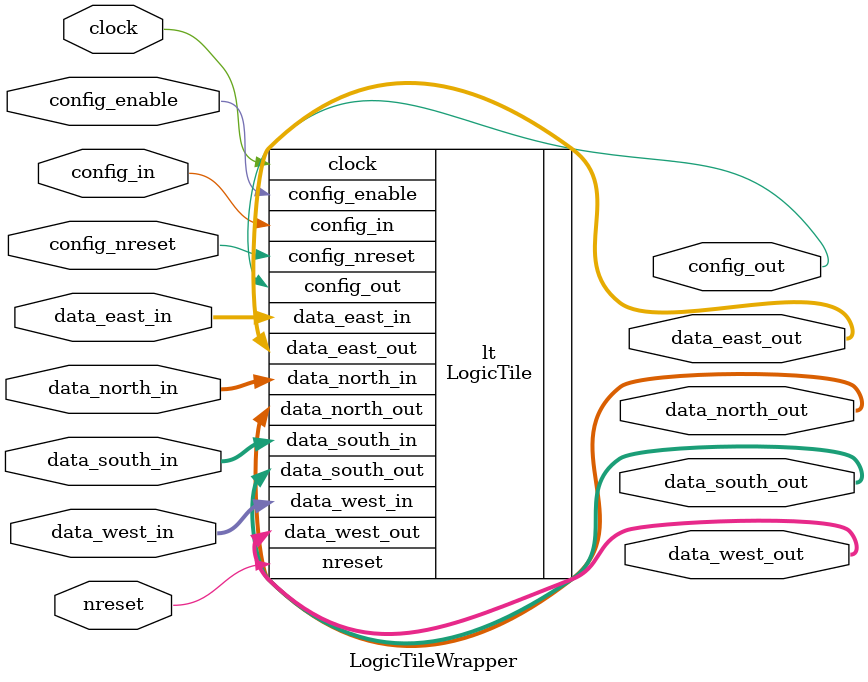
<source format=v>
module LogicTileWrapper(
    input [9:0] data_north_in,
    output [9:0] data_north_out,
    input [9:0] data_east_in,
    output [9:0] data_east_out,
    input [9:0] data_south_in,
    output [9:0] data_south_out,
    input [9:0] data_west_in,
    output [9:0] data_west_out,
    input clock,
    input nreset,
    input config_in,
    input config_enable,
    input config_nreset,
    output config_out
);
    LogicTile lt(
        .data_north_in(data_north_in),
        .data_north_out(data_north_out),
        .data_east_in(data_east_in),
        .data_east_out(data_east_out),
        .data_south_in(data_south_in),
        .data_south_out(data_south_out),
        .data_west_in(data_west_in),
        .data_west_out(data_west_out),
        .clock(clock),
        .nreset(nreset),
        .config_in(config_in),
        .config_out(config_out),
        .config_enable(config_enable),
        .config_nreset(config_nreset)
    );
endmodule
</source>
